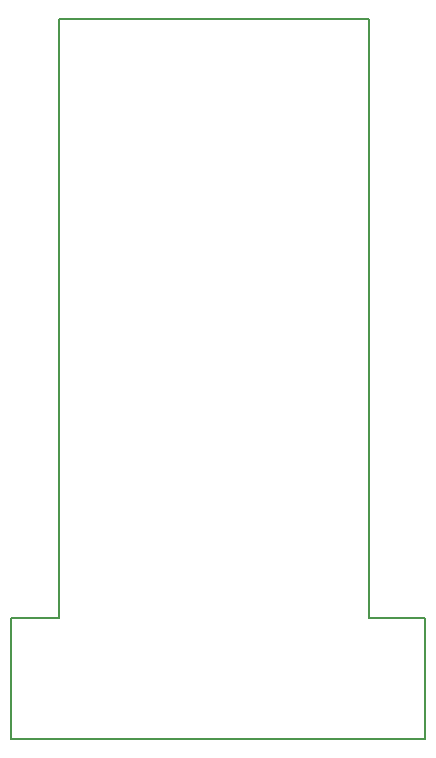
<source format=gm1>
G04 #@! TF.GenerationSoftware,KiCad,Pcbnew,(2017-06-25 revision 6a3c1720b)-makepkg*
G04 #@! TF.CreationDate,2017-08-03T10:21:49-04:00*
G04 #@! TF.ProjectId,pmt-transimpedance-amplifier,706D742D7472616E73696D706564616E,rev?*
G04 #@! TF.SameCoordinates,Original
G04 #@! TF.FileFunction,Profile,NP*
%FSLAX46Y46*%
G04 Gerber Fmt 4.6, Leading zero omitted, Abs format (unit mm)*
G04 Created by KiCad (PCBNEW (2017-06-25 revision 6a3c1720b)-makepkg) date 08/03/17 10:21:49*
%MOMM*%
%LPD*%
G01*
G04 APERTURE LIST*
%ADD10C,0.100000*%
%ADD11C,0.150000*%
G04 APERTURE END LIST*
D10*
D11*
X201000000Y-117250000D02*
X201000000Y-66525000D01*
X197000000Y-117250000D02*
X201000000Y-117250000D01*
X197000000Y-127500000D02*
X197000000Y-117250000D01*
X232000000Y-127500000D02*
X197000000Y-127500000D01*
X232000000Y-117250000D02*
X232000000Y-127500000D01*
X227250000Y-117250000D02*
X232000000Y-117250000D01*
X227250000Y-66525000D02*
X227250000Y-117250000D01*
X201000000Y-66525000D02*
X227250000Y-66525000D01*
M02*

</source>
